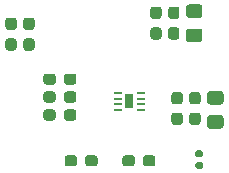
<source format=gbr>
G04 #@! TF.GenerationSoftware,KiCad,Pcbnew,(5.1.6)-1*
G04 #@! TF.CreationDate,2020-05-26T15:20:33+09:00*
G04 #@! TF.ProjectId,mic5332,6d696335-3333-4322-9e6b-696361645f70,rev?*
G04 #@! TF.SameCoordinates,Original*
G04 #@! TF.FileFunction,Paste,Top*
G04 #@! TF.FilePolarity,Positive*
%FSLAX46Y46*%
G04 Gerber Fmt 4.6, Leading zero omitted, Abs format (unit mm)*
G04 Created by KiCad (PCBNEW (5.1.6)-1) date 2020-05-26 15:20:33*
%MOMM*%
%LPD*%
G01*
G04 APERTURE LIST*
%ADD10R,0.660400X1.244600*%
%ADD11R,0.711200X0.203200*%
G04 APERTURE END LIST*
G36*
G01*
X116337500Y-68575000D02*
X116812500Y-68575000D01*
G75*
G02*
X117050000Y-68812500I0J-237500D01*
G01*
X117050000Y-69387500D01*
G75*
G02*
X116812500Y-69625000I-237500J0D01*
G01*
X116337500Y-69625000D01*
G75*
G02*
X116100000Y-69387500I0J237500D01*
G01*
X116100000Y-68812500D01*
G75*
G02*
X116337500Y-68575000I237500J0D01*
G01*
G37*
G36*
G01*
X116337500Y-70325000D02*
X116812500Y-70325000D01*
G75*
G02*
X117050000Y-70562500I0J-237500D01*
G01*
X117050000Y-71137500D01*
G75*
G02*
X116812500Y-71375000I-237500J0D01*
G01*
X116337500Y-71375000D01*
G75*
G02*
X116100000Y-71137500I0J237500D01*
G01*
X116100000Y-70562500D01*
G75*
G02*
X116337500Y-70325000I237500J0D01*
G01*
G37*
G36*
G01*
X117852500Y-70330000D02*
X118327500Y-70330000D01*
G75*
G02*
X118565000Y-70567500I0J-237500D01*
G01*
X118565000Y-71142500D01*
G75*
G02*
X118327500Y-71380000I-237500J0D01*
G01*
X117852500Y-71380000D01*
G75*
G02*
X117615000Y-71142500I0J237500D01*
G01*
X117615000Y-70567500D01*
G75*
G02*
X117852500Y-70330000I237500J0D01*
G01*
G37*
G36*
G01*
X117852500Y-68580000D02*
X118327500Y-68580000D01*
G75*
G02*
X118565000Y-68817500I0J-237500D01*
G01*
X118565000Y-69392500D01*
G75*
G02*
X118327500Y-69630000I-237500J0D01*
G01*
X117852500Y-69630000D01*
G75*
G02*
X117615000Y-69392500I0J237500D01*
G01*
X117615000Y-68817500D01*
G75*
G02*
X117852500Y-68580000I237500J0D01*
G01*
G37*
G36*
G01*
X132672500Y-81380000D02*
X132327500Y-81380000D01*
G75*
G02*
X132180000Y-81232500I0J147500D01*
G01*
X132180000Y-80937500D01*
G75*
G02*
X132327500Y-80790000I147500J0D01*
G01*
X132672500Y-80790000D01*
G75*
G02*
X132820000Y-80937500I0J-147500D01*
G01*
X132820000Y-81232500D01*
G75*
G02*
X132672500Y-81380000I-147500J0D01*
G01*
G37*
G36*
G01*
X132672500Y-80410000D02*
X132327500Y-80410000D01*
G75*
G02*
X132180000Y-80262500I0J147500D01*
G01*
X132180000Y-79967500D01*
G75*
G02*
X132327500Y-79820000I147500J0D01*
G01*
X132672500Y-79820000D01*
G75*
G02*
X132820000Y-79967500I0J-147500D01*
G01*
X132820000Y-80262500D01*
G75*
G02*
X132672500Y-80410000I-147500J0D01*
G01*
G37*
G36*
G01*
X130392500Y-76625000D02*
X130867500Y-76625000D01*
G75*
G02*
X131105000Y-76862500I0J-237500D01*
G01*
X131105000Y-77437500D01*
G75*
G02*
X130867500Y-77675000I-237500J0D01*
G01*
X130392500Y-77675000D01*
G75*
G02*
X130155000Y-77437500I0J237500D01*
G01*
X130155000Y-76862500D01*
G75*
G02*
X130392500Y-76625000I237500J0D01*
G01*
G37*
G36*
G01*
X130392500Y-74875000D02*
X130867500Y-74875000D01*
G75*
G02*
X131105000Y-75112500I0J-237500D01*
G01*
X131105000Y-75687500D01*
G75*
G02*
X130867500Y-75925000I-237500J0D01*
G01*
X130392500Y-75925000D01*
G75*
G02*
X130155000Y-75687500I0J237500D01*
G01*
X130155000Y-75112500D01*
G75*
G02*
X130392500Y-74875000I237500J0D01*
G01*
G37*
G36*
G01*
X131902500Y-74875000D02*
X132377500Y-74875000D01*
G75*
G02*
X132615000Y-75112500I0J-237500D01*
G01*
X132615000Y-75687500D01*
G75*
G02*
X132377500Y-75925000I-237500J0D01*
G01*
X131902500Y-75925000D01*
G75*
G02*
X131665000Y-75687500I0J237500D01*
G01*
X131665000Y-75112500D01*
G75*
G02*
X131902500Y-74875000I237500J0D01*
G01*
G37*
G36*
G01*
X131902500Y-76625000D02*
X132377500Y-76625000D01*
G75*
G02*
X132615000Y-76862500I0J-237500D01*
G01*
X132615000Y-77437500D01*
G75*
G02*
X132377500Y-77675000I-237500J0D01*
G01*
X131902500Y-77675000D01*
G75*
G02*
X131665000Y-77437500I0J237500D01*
G01*
X131665000Y-76862500D01*
G75*
G02*
X131902500Y-76625000I237500J0D01*
G01*
G37*
G36*
G01*
X133419999Y-76830000D02*
X134320001Y-76830000D01*
G75*
G02*
X134570000Y-77079999I0J-249999D01*
G01*
X134570000Y-77730001D01*
G75*
G02*
X134320001Y-77980000I-249999J0D01*
G01*
X133419999Y-77980000D01*
G75*
G02*
X133170000Y-77730001I0J249999D01*
G01*
X133170000Y-77079999D01*
G75*
G02*
X133419999Y-76830000I249999J0D01*
G01*
G37*
G36*
G01*
X133419999Y-74780000D02*
X134320001Y-74780000D01*
G75*
G02*
X134570000Y-75029999I0J-249999D01*
G01*
X134570000Y-75680001D01*
G75*
G02*
X134320001Y-75930000I-249999J0D01*
G01*
X133419999Y-75930000D01*
G75*
G02*
X133170000Y-75680001I0J249999D01*
G01*
X133170000Y-75029999D01*
G75*
G02*
X133419999Y-74780000I249999J0D01*
G01*
G37*
G36*
G01*
X129077500Y-68690000D02*
X128602500Y-68690000D01*
G75*
G02*
X128365000Y-68452500I0J237500D01*
G01*
X128365000Y-67877500D01*
G75*
G02*
X128602500Y-67640000I237500J0D01*
G01*
X129077500Y-67640000D01*
G75*
G02*
X129315000Y-67877500I0J-237500D01*
G01*
X129315000Y-68452500D01*
G75*
G02*
X129077500Y-68690000I-237500J0D01*
G01*
G37*
G36*
G01*
X129077500Y-70440000D02*
X128602500Y-70440000D01*
G75*
G02*
X128365000Y-70202500I0J237500D01*
G01*
X128365000Y-69627500D01*
G75*
G02*
X128602500Y-69390000I237500J0D01*
G01*
X129077500Y-69390000D01*
G75*
G02*
X129315000Y-69627500I0J-237500D01*
G01*
X129315000Y-70202500D01*
G75*
G02*
X129077500Y-70440000I-237500J0D01*
G01*
G37*
G36*
G01*
X130587500Y-70440000D02*
X130112500Y-70440000D01*
G75*
G02*
X129875000Y-70202500I0J237500D01*
G01*
X129875000Y-69627500D01*
G75*
G02*
X130112500Y-69390000I237500J0D01*
G01*
X130587500Y-69390000D01*
G75*
G02*
X130825000Y-69627500I0J-237500D01*
G01*
X130825000Y-70202500D01*
G75*
G02*
X130587500Y-70440000I-237500J0D01*
G01*
G37*
G36*
G01*
X130587500Y-68690000D02*
X130112500Y-68690000D01*
G75*
G02*
X129875000Y-68452500I0J237500D01*
G01*
X129875000Y-67877500D01*
G75*
G02*
X130112500Y-67640000I237500J0D01*
G01*
X130587500Y-67640000D01*
G75*
G02*
X130825000Y-67877500I0J-237500D01*
G01*
X130825000Y-68452500D01*
G75*
G02*
X130587500Y-68690000I-237500J0D01*
G01*
G37*
G36*
G01*
X132530001Y-70650000D02*
X131629999Y-70650000D01*
G75*
G02*
X131380000Y-70400001I0J249999D01*
G01*
X131380000Y-69749999D01*
G75*
G02*
X131629999Y-69500000I249999J0D01*
G01*
X132530001Y-69500000D01*
G75*
G02*
X132780000Y-69749999I0J-249999D01*
G01*
X132780000Y-70400001D01*
G75*
G02*
X132530001Y-70650000I-249999J0D01*
G01*
G37*
G36*
G01*
X132530001Y-68600000D02*
X131629999Y-68600000D01*
G75*
G02*
X131380000Y-68350001I0J249999D01*
G01*
X131380000Y-67699999D01*
G75*
G02*
X131629999Y-67450000I249999J0D01*
G01*
X132530001Y-67450000D01*
G75*
G02*
X132780000Y-67699999I0J-249999D01*
G01*
X132780000Y-68350001D01*
G75*
G02*
X132530001Y-68600000I-249999J0D01*
G01*
G37*
G36*
G01*
X119300000Y-77057500D02*
X119300000Y-76582500D01*
G75*
G02*
X119537500Y-76345000I237500J0D01*
G01*
X120112500Y-76345000D01*
G75*
G02*
X120350000Y-76582500I0J-237500D01*
G01*
X120350000Y-77057500D01*
G75*
G02*
X120112500Y-77295000I-237500J0D01*
G01*
X119537500Y-77295000D01*
G75*
G02*
X119300000Y-77057500I0J237500D01*
G01*
G37*
G36*
G01*
X121050000Y-77057500D02*
X121050000Y-76582500D01*
G75*
G02*
X121287500Y-76345000I237500J0D01*
G01*
X121862500Y-76345000D01*
G75*
G02*
X122100000Y-76582500I0J-237500D01*
G01*
X122100000Y-77057500D01*
G75*
G02*
X121862500Y-77295000I-237500J0D01*
G01*
X121287500Y-77295000D01*
G75*
G02*
X121050000Y-77057500I0J237500D01*
G01*
G37*
G36*
G01*
X127750000Y-80937500D02*
X127750000Y-80462500D01*
G75*
G02*
X127987500Y-80225000I237500J0D01*
G01*
X128562500Y-80225000D01*
G75*
G02*
X128800000Y-80462500I0J-237500D01*
G01*
X128800000Y-80937500D01*
G75*
G02*
X128562500Y-81175000I-237500J0D01*
G01*
X127987500Y-81175000D01*
G75*
G02*
X127750000Y-80937500I0J237500D01*
G01*
G37*
G36*
G01*
X126000000Y-80937500D02*
X126000000Y-80462500D01*
G75*
G02*
X126237500Y-80225000I237500J0D01*
G01*
X126812500Y-80225000D01*
G75*
G02*
X127050000Y-80462500I0J-237500D01*
G01*
X127050000Y-80937500D01*
G75*
G02*
X126812500Y-81175000I-237500J0D01*
G01*
X126237500Y-81175000D01*
G75*
G02*
X126000000Y-80937500I0J237500D01*
G01*
G37*
G36*
G01*
X121100000Y-80937500D02*
X121100000Y-80462500D01*
G75*
G02*
X121337500Y-80225000I237500J0D01*
G01*
X121912500Y-80225000D01*
G75*
G02*
X122150000Y-80462500I0J-237500D01*
G01*
X122150000Y-80937500D01*
G75*
G02*
X121912500Y-81175000I-237500J0D01*
G01*
X121337500Y-81175000D01*
G75*
G02*
X121100000Y-80937500I0J237500D01*
G01*
G37*
G36*
G01*
X122850000Y-80937500D02*
X122850000Y-80462500D01*
G75*
G02*
X123087500Y-80225000I237500J0D01*
G01*
X123662500Y-80225000D01*
G75*
G02*
X123900000Y-80462500I0J-237500D01*
G01*
X123900000Y-80937500D01*
G75*
G02*
X123662500Y-81175000I-237500J0D01*
G01*
X123087500Y-81175000D01*
G75*
G02*
X122850000Y-80937500I0J237500D01*
G01*
G37*
G36*
G01*
X122110000Y-73542500D02*
X122110000Y-74017500D01*
G75*
G02*
X121872500Y-74255000I-237500J0D01*
G01*
X121297500Y-74255000D01*
G75*
G02*
X121060000Y-74017500I0J237500D01*
G01*
X121060000Y-73542500D01*
G75*
G02*
X121297500Y-73305000I237500J0D01*
G01*
X121872500Y-73305000D01*
G75*
G02*
X122110000Y-73542500I0J-237500D01*
G01*
G37*
G36*
G01*
X120360000Y-73542500D02*
X120360000Y-74017500D01*
G75*
G02*
X120122500Y-74255000I-237500J0D01*
G01*
X119547500Y-74255000D01*
G75*
G02*
X119310000Y-74017500I0J237500D01*
G01*
X119310000Y-73542500D01*
G75*
G02*
X119547500Y-73305000I237500J0D01*
G01*
X120122500Y-73305000D01*
G75*
G02*
X120360000Y-73542500I0J-237500D01*
G01*
G37*
G36*
G01*
X121050000Y-75537500D02*
X121050000Y-75062500D01*
G75*
G02*
X121287500Y-74825000I237500J0D01*
G01*
X121862500Y-74825000D01*
G75*
G02*
X122100000Y-75062500I0J-237500D01*
G01*
X122100000Y-75537500D01*
G75*
G02*
X121862500Y-75775000I-237500J0D01*
G01*
X121287500Y-75775000D01*
G75*
G02*
X121050000Y-75537500I0J237500D01*
G01*
G37*
G36*
G01*
X119300000Y-75537500D02*
X119300000Y-75062500D01*
G75*
G02*
X119537500Y-74825000I237500J0D01*
G01*
X120112500Y-74825000D01*
G75*
G02*
X120350000Y-75062500I0J-237500D01*
G01*
X120350000Y-75537500D01*
G75*
G02*
X120112500Y-75775000I-237500J0D01*
G01*
X119537500Y-75775000D01*
G75*
G02*
X119300000Y-75537500I0J237500D01*
G01*
G37*
D10*
X126576400Y-75672400D03*
D11*
X127554300Y-74922399D03*
X127554300Y-75422400D03*
X127554300Y-75922400D03*
X127554300Y-76422401D03*
X125598500Y-76422401D03*
X125598500Y-75922400D03*
X125598500Y-75422400D03*
X125598500Y-74922399D03*
M02*

</source>
